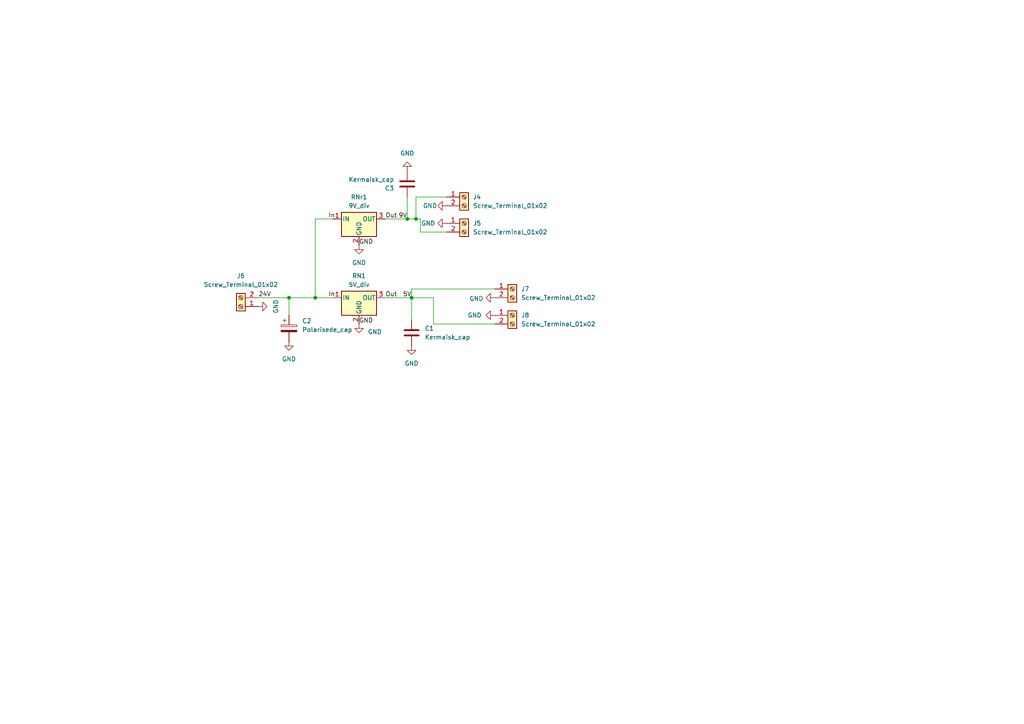
<source format=kicad_sch>
(kicad_sch
	(version 20250114)
	(generator "eeschema")
	(generator_version "9.0")
	(uuid "0b773ac8-4f21-404d-8a0d-c5031abde6b2")
	(paper "A4")
	(lib_symbols
		(symbol "Connector:Screw_Terminal_01x02"
			(pin_names
				(offset 1.016)
				(hide yes)
			)
			(exclude_from_sim no)
			(in_bom yes)
			(on_board yes)
			(property "Reference" "J"
				(at 0 2.54 0)
				(effects
					(font
						(size 1.27 1.27)
					)
				)
			)
			(property "Value" "Screw_Terminal_01x02"
				(at 0 -5.08 0)
				(effects
					(font
						(size 1.27 1.27)
					)
				)
			)
			(property "Footprint" ""
				(at 0 0 0)
				(effects
					(font
						(size 1.27 1.27)
					)
					(hide yes)
				)
			)
			(property "Datasheet" "~"
				(at 0 0 0)
				(effects
					(font
						(size 1.27 1.27)
					)
					(hide yes)
				)
			)
			(property "Description" "Generic screw terminal, single row, 01x02, script generated (kicad-library-utils/schlib/autogen/connector/)"
				(at 0 0 0)
				(effects
					(font
						(size 1.27 1.27)
					)
					(hide yes)
				)
			)
			(property "ki_keywords" "screw terminal"
				(at 0 0 0)
				(effects
					(font
						(size 1.27 1.27)
					)
					(hide yes)
				)
			)
			(property "ki_fp_filters" "TerminalBlock*:*"
				(at 0 0 0)
				(effects
					(font
						(size 1.27 1.27)
					)
					(hide yes)
				)
			)
			(symbol "Screw_Terminal_01x02_1_1"
				(rectangle
					(start -1.27 1.27)
					(end 1.27 -3.81)
					(stroke
						(width 0.254)
						(type default)
					)
					(fill
						(type background)
					)
				)
				(polyline
					(pts
						(xy -0.5334 0.3302) (xy 0.3302 -0.508)
					)
					(stroke
						(width 0.1524)
						(type default)
					)
					(fill
						(type none)
					)
				)
				(polyline
					(pts
						(xy -0.5334 -2.2098) (xy 0.3302 -3.048)
					)
					(stroke
						(width 0.1524)
						(type default)
					)
					(fill
						(type none)
					)
				)
				(polyline
					(pts
						(xy -0.3556 0.508) (xy 0.508 -0.3302)
					)
					(stroke
						(width 0.1524)
						(type default)
					)
					(fill
						(type none)
					)
				)
				(polyline
					(pts
						(xy -0.3556 -2.032) (xy 0.508 -2.8702)
					)
					(stroke
						(width 0.1524)
						(type default)
					)
					(fill
						(type none)
					)
				)
				(circle
					(center 0 0)
					(radius 0.635)
					(stroke
						(width 0.1524)
						(type default)
					)
					(fill
						(type none)
					)
				)
				(circle
					(center 0 -2.54)
					(radius 0.635)
					(stroke
						(width 0.1524)
						(type default)
					)
					(fill
						(type none)
					)
				)
				(pin passive line
					(at -5.08 0 0)
					(length 3.81)
					(name "Pin_1"
						(effects
							(font
								(size 1.27 1.27)
							)
						)
					)
					(number "1"
						(effects
							(font
								(size 1.27 1.27)
							)
						)
					)
				)
				(pin passive line
					(at -5.08 -2.54 0)
					(length 3.81)
					(name "Pin_2"
						(effects
							(font
								(size 1.27 1.27)
							)
						)
					)
					(number "2"
						(effects
							(font
								(size 1.27 1.27)
							)
						)
					)
				)
			)
			(embedded_fonts no)
		)
		(symbol "Device:C"
			(pin_numbers
				(hide yes)
			)
			(pin_names
				(offset 0.254)
			)
			(exclude_from_sim no)
			(in_bom yes)
			(on_board yes)
			(property "Reference" "C"
				(at 0.635 2.54 0)
				(effects
					(font
						(size 1.27 1.27)
					)
					(justify left)
				)
			)
			(property "Value" "C"
				(at 0.635 -2.54 0)
				(effects
					(font
						(size 1.27 1.27)
					)
					(justify left)
				)
			)
			(property "Footprint" ""
				(at 0.9652 -3.81 0)
				(effects
					(font
						(size 1.27 1.27)
					)
					(hide yes)
				)
			)
			(property "Datasheet" "~"
				(at 0 0 0)
				(effects
					(font
						(size 1.27 1.27)
					)
					(hide yes)
				)
			)
			(property "Description" "Unpolarized capacitor"
				(at 0 0 0)
				(effects
					(font
						(size 1.27 1.27)
					)
					(hide yes)
				)
			)
			(property "ki_keywords" "cap capacitor"
				(at 0 0 0)
				(effects
					(font
						(size 1.27 1.27)
					)
					(hide yes)
				)
			)
			(property "ki_fp_filters" "C_*"
				(at 0 0 0)
				(effects
					(font
						(size 1.27 1.27)
					)
					(hide yes)
				)
			)
			(symbol "C_0_1"
				(polyline
					(pts
						(xy -2.032 0.762) (xy 2.032 0.762)
					)
					(stroke
						(width 0.508)
						(type default)
					)
					(fill
						(type none)
					)
				)
				(polyline
					(pts
						(xy -2.032 -0.762) (xy 2.032 -0.762)
					)
					(stroke
						(width 0.508)
						(type default)
					)
					(fill
						(type none)
					)
				)
			)
			(symbol "C_1_1"
				(pin passive line
					(at 0 3.81 270)
					(length 2.794)
					(name "~"
						(effects
							(font
								(size 1.27 1.27)
							)
						)
					)
					(number "1"
						(effects
							(font
								(size 1.27 1.27)
							)
						)
					)
				)
				(pin passive line
					(at 0 -3.81 90)
					(length 2.794)
					(name "~"
						(effects
							(font
								(size 1.27 1.27)
							)
						)
					)
					(number "2"
						(effects
							(font
								(size 1.27 1.27)
							)
						)
					)
				)
			)
			(embedded_fonts no)
		)
		(symbol "Device:C_Polarized"
			(pin_numbers
				(hide yes)
			)
			(pin_names
				(offset 0.254)
			)
			(exclude_from_sim no)
			(in_bom yes)
			(on_board yes)
			(property "Reference" "C"
				(at 0.635 2.54 0)
				(effects
					(font
						(size 1.27 1.27)
					)
					(justify left)
				)
			)
			(property "Value" "C_Polarized"
				(at 0.635 -2.54 0)
				(effects
					(font
						(size 1.27 1.27)
					)
					(justify left)
				)
			)
			(property "Footprint" ""
				(at 0.9652 -3.81 0)
				(effects
					(font
						(size 1.27 1.27)
					)
					(hide yes)
				)
			)
			(property "Datasheet" "~"
				(at 0 0 0)
				(effects
					(font
						(size 1.27 1.27)
					)
					(hide yes)
				)
			)
			(property "Description" "Polarized capacitor"
				(at 0 0 0)
				(effects
					(font
						(size 1.27 1.27)
					)
					(hide yes)
				)
			)
			(property "ki_keywords" "cap capacitor"
				(at 0 0 0)
				(effects
					(font
						(size 1.27 1.27)
					)
					(hide yes)
				)
			)
			(property "ki_fp_filters" "CP_*"
				(at 0 0 0)
				(effects
					(font
						(size 1.27 1.27)
					)
					(hide yes)
				)
			)
			(symbol "C_Polarized_0_1"
				(rectangle
					(start -2.286 0.508)
					(end 2.286 1.016)
					(stroke
						(width 0)
						(type default)
					)
					(fill
						(type none)
					)
				)
				(polyline
					(pts
						(xy -1.778 2.286) (xy -0.762 2.286)
					)
					(stroke
						(width 0)
						(type default)
					)
					(fill
						(type none)
					)
				)
				(polyline
					(pts
						(xy -1.27 2.794) (xy -1.27 1.778)
					)
					(stroke
						(width 0)
						(type default)
					)
					(fill
						(type none)
					)
				)
				(rectangle
					(start 2.286 -0.508)
					(end -2.286 -1.016)
					(stroke
						(width 0)
						(type default)
					)
					(fill
						(type outline)
					)
				)
			)
			(symbol "C_Polarized_1_1"
				(pin passive line
					(at 0 3.81 270)
					(length 2.794)
					(name "~"
						(effects
							(font
								(size 1.27 1.27)
							)
						)
					)
					(number "1"
						(effects
							(font
								(size 1.27 1.27)
							)
						)
					)
				)
				(pin passive line
					(at 0 -3.81 90)
					(length 2.794)
					(name "~"
						(effects
							(font
								(size 1.27 1.27)
							)
						)
					)
					(number "2"
						(effects
							(font
								(size 1.27 1.27)
							)
						)
					)
				)
			)
			(embedded_fonts no)
		)
		(symbol "Regulator_Linear:L7805"
			(pin_names
				(offset 0.254)
			)
			(exclude_from_sim no)
			(in_bom yes)
			(on_board yes)
			(property "Reference" "U"
				(at -3.81 3.175 0)
				(effects
					(font
						(size 1.27 1.27)
					)
				)
			)
			(property "Value" "L7805"
				(at 0 3.175 0)
				(effects
					(font
						(size 1.27 1.27)
					)
					(justify left)
				)
			)
			(property "Footprint" ""
				(at 0.635 -3.81 0)
				(effects
					(font
						(size 1.27 1.27)
						(italic yes)
					)
					(justify left)
					(hide yes)
				)
			)
			(property "Datasheet" "http://www.st.com/content/ccc/resource/technical/document/datasheet/41/4f/b3/b0/12/d4/47/88/CD00000444.pdf/files/CD00000444.pdf/jcr:content/translations/en.CD00000444.pdf"
				(at 0 -1.27 0)
				(effects
					(font
						(size 1.27 1.27)
					)
					(hide yes)
				)
			)
			(property "Description" "Positive 1.5A 35V Linear Regulator, Fixed Output 5V, TO-220/TO-263/TO-252"
				(at 0 0 0)
				(effects
					(font
						(size 1.27 1.27)
					)
					(hide yes)
				)
			)
			(property "ki_keywords" "Voltage Regulator 1.5A Positive"
				(at 0 0 0)
				(effects
					(font
						(size 1.27 1.27)
					)
					(hide yes)
				)
			)
			(property "ki_fp_filters" "TO?252* TO?263* TO?220*"
				(at 0 0 0)
				(effects
					(font
						(size 1.27 1.27)
					)
					(hide yes)
				)
			)
			(symbol "L7805_0_1"
				(rectangle
					(start -5.08 1.905)
					(end 5.08 -5.08)
					(stroke
						(width 0.254)
						(type default)
					)
					(fill
						(type background)
					)
				)
			)
			(symbol "L7805_1_1"
				(pin power_in line
					(at -7.62 0 0)
					(length 2.54)
					(name "IN"
						(effects
							(font
								(size 1.27 1.27)
							)
						)
					)
					(number "1"
						(effects
							(font
								(size 1.27 1.27)
							)
						)
					)
				)
				(pin power_in line
					(at 0 -7.62 90)
					(length 2.54)
					(name "GND"
						(effects
							(font
								(size 1.27 1.27)
							)
						)
					)
					(number "2"
						(effects
							(font
								(size 1.27 1.27)
							)
						)
					)
				)
				(pin power_out line
					(at 7.62 0 180)
					(length 2.54)
					(name "OUT"
						(effects
							(font
								(size 1.27 1.27)
							)
						)
					)
					(number "3"
						(effects
							(font
								(size 1.27 1.27)
							)
						)
					)
				)
			)
			(embedded_fonts no)
		)
		(symbol "power:GND"
			(power)
			(pin_numbers
				(hide yes)
			)
			(pin_names
				(offset 0)
				(hide yes)
			)
			(exclude_from_sim no)
			(in_bom yes)
			(on_board yes)
			(property "Reference" "#PWR"
				(at 0 -6.35 0)
				(effects
					(font
						(size 1.27 1.27)
					)
					(hide yes)
				)
			)
			(property "Value" "GND"
				(at 0 -3.81 0)
				(effects
					(font
						(size 1.27 1.27)
					)
				)
			)
			(property "Footprint" ""
				(at 0 0 0)
				(effects
					(font
						(size 1.27 1.27)
					)
					(hide yes)
				)
			)
			(property "Datasheet" ""
				(at 0 0 0)
				(effects
					(font
						(size 1.27 1.27)
					)
					(hide yes)
				)
			)
			(property "Description" "Power symbol creates a global label with name \"GND\" , ground"
				(at 0 0 0)
				(effects
					(font
						(size 1.27 1.27)
					)
					(hide yes)
				)
			)
			(property "ki_keywords" "global power"
				(at 0 0 0)
				(effects
					(font
						(size 1.27 1.27)
					)
					(hide yes)
				)
			)
			(symbol "GND_0_1"
				(polyline
					(pts
						(xy 0 0) (xy 0 -1.27) (xy 1.27 -1.27) (xy 0 -2.54) (xy -1.27 -1.27) (xy 0 -1.27)
					)
					(stroke
						(width 0)
						(type default)
					)
					(fill
						(type none)
					)
				)
			)
			(symbol "GND_1_1"
				(pin power_in line
					(at 0 0 270)
					(length 0)
					(name "~"
						(effects
							(font
								(size 1.27 1.27)
							)
						)
					)
					(number "1"
						(effects
							(font
								(size 1.27 1.27)
							)
						)
					)
				)
			)
			(embedded_fonts no)
		)
	)
	(junction
		(at 119.38 86.36)
		(diameter 0)
		(color 0 0 0 0)
		(uuid "868087ce-6d44-401e-a15d-7e34ed7e4170")
	)
	(junction
		(at 83.82 86.36)
		(diameter 0)
		(color 0 0 0 0)
		(uuid "a992e5ca-bef7-4ded-b2f3-b2c1b1755ce0")
	)
	(junction
		(at 91.44 86.36)
		(diameter 0)
		(color 0 0 0 0)
		(uuid "be7c6623-f44f-4eeb-9c67-cfef1090c236")
	)
	(junction
		(at 118.11 63.5)
		(diameter 0)
		(color 0 0 0 0)
		(uuid "c2009df2-8eed-4a80-aff4-2b05d344821c")
	)
	(junction
		(at 120.65 63.5)
		(diameter 0)
		(color 0 0 0 0)
		(uuid "e70340d8-49d2-49aa-a7e4-b42d237bb934")
	)
	(wire
		(pts
			(xy 91.44 86.36) (xy 96.52 86.36)
		)
		(stroke
			(width 0)
			(type default)
		)
		(uuid "00a551ab-df20-4578-ba19-c54de065ad29")
	)
	(wire
		(pts
			(xy 118.11 63.5) (xy 120.65 63.5)
		)
		(stroke
			(width 0)
			(type default)
		)
		(uuid "0e8472bd-f2f7-4711-aaae-84e4a859411c")
	)
	(wire
		(pts
			(xy 119.38 83.82) (xy 119.38 86.36)
		)
		(stroke
			(width 0)
			(type default)
		)
		(uuid "350f26c1-96e8-45a9-900b-93d6cdfc0fc7")
	)
	(wire
		(pts
			(xy 119.38 86.36) (xy 119.38 92.71)
		)
		(stroke
			(width 0)
			(type default)
		)
		(uuid "39dbdfc5-72a1-45e9-b552-d0fe456c9db5")
	)
	(wire
		(pts
			(xy 121.92 63.5) (xy 121.92 67.31)
		)
		(stroke
			(width 0)
			(type default)
		)
		(uuid "4c4f00bf-622e-4400-8152-070ef850366d")
	)
	(wire
		(pts
			(xy 91.44 63.5) (xy 96.52 63.5)
		)
		(stroke
			(width 0)
			(type default)
		)
		(uuid "516f6530-41e0-4376-b04c-4046284a6684")
	)
	(wire
		(pts
			(xy 111.76 63.5) (xy 118.11 63.5)
		)
		(stroke
			(width 0)
			(type default)
		)
		(uuid "51f185f1-44bf-4a08-898b-ebfe17171570")
	)
	(wire
		(pts
			(xy 91.44 63.5) (xy 91.44 86.36)
		)
		(stroke
			(width 0)
			(type default)
		)
		(uuid "57d79c7c-1c91-42cf-b2b7-f41daa44a611")
	)
	(wire
		(pts
			(xy 129.54 57.15) (xy 120.65 57.15)
		)
		(stroke
			(width 0)
			(type default)
		)
		(uuid "5d09e20d-5acb-4920-85ba-8a7bed58741e")
	)
	(wire
		(pts
			(xy 125.73 93.98) (xy 143.51 93.98)
		)
		(stroke
			(width 0)
			(type default)
		)
		(uuid "65ef53a6-a647-4bee-8071-f01065f3113c")
	)
	(wire
		(pts
			(xy 74.93 86.36) (xy 83.82 86.36)
		)
		(stroke
			(width 0)
			(type default)
		)
		(uuid "76a6ec94-863c-4076-b950-1c47bda5f25b")
	)
	(wire
		(pts
			(xy 125.73 86.36) (xy 119.38 86.36)
		)
		(stroke
			(width 0)
			(type default)
		)
		(uuid "7900fe25-4e43-4cb2-a846-fcb0b60845e9")
	)
	(wire
		(pts
			(xy 119.38 83.82) (xy 143.51 83.82)
		)
		(stroke
			(width 0)
			(type default)
		)
		(uuid "84660035-aee4-4e2c-87fa-fbebf2d5ae96")
	)
	(wire
		(pts
			(xy 111.76 86.36) (xy 119.38 86.36)
		)
		(stroke
			(width 0)
			(type default)
		)
		(uuid "9ac60551-d2ef-4d01-b6d6-ae54ecd7b1aa")
	)
	(wire
		(pts
			(xy 125.73 93.98) (xy 125.73 86.36)
		)
		(stroke
			(width 0)
			(type default)
		)
		(uuid "9ca77d6a-0201-4a4a-92c3-5aee6a56919f")
	)
	(wire
		(pts
			(xy 83.82 86.36) (xy 91.44 86.36)
		)
		(stroke
			(width 0)
			(type default)
		)
		(uuid "cfeddad8-2c7d-4b79-a0d9-5c2da4aee367")
	)
	(wire
		(pts
			(xy 120.65 57.15) (xy 120.65 63.5)
		)
		(stroke
			(width 0)
			(type default)
		)
		(uuid "d2d0d692-dce1-48ea-a3cc-2c9a60391ecb")
	)
	(wire
		(pts
			(xy 83.82 86.36) (xy 83.82 91.44)
		)
		(stroke
			(width 0)
			(type default)
		)
		(uuid "dcce17be-67dd-48c6-99a0-69f3d8ab3be5")
	)
	(wire
		(pts
			(xy 121.92 67.31) (xy 129.54 67.31)
		)
		(stroke
			(width 0)
			(type default)
		)
		(uuid "e4a9f6b5-f23f-46f1-8bdd-f2051b9c782f")
	)
	(wire
		(pts
			(xy 120.65 63.5) (xy 121.92 63.5)
		)
		(stroke
			(width 0)
			(type default)
		)
		(uuid "e629cde4-f344-472f-bc5d-81091e24679a")
	)
	(wire
		(pts
			(xy 118.11 57.15) (xy 118.11 63.5)
		)
		(stroke
			(width 0)
			(type default)
		)
		(uuid "f07ad809-b07d-4d7b-954c-b756e815c1fa")
	)
	(label "Out"
		(at 111.76 63.5 0)
		(effects
			(font
				(size 1.27 1.27)
			)
			(justify left bottom)
		)
		(uuid "5784b545-8d37-49c9-b91c-2206963e6752")
	)
	(label "GND"
		(at 104.14 93.98 0)
		(effects
			(font
				(size 1.27 1.27)
			)
			(justify left bottom)
		)
		(uuid "b36123dd-1224-4e6b-8c33-1ebd60ac0c57")
	)
	(label "5V"
		(at 116.84 86.36 0)
		(effects
			(font
				(size 1.27 1.27)
			)
			(justify left bottom)
		)
		(uuid "bce79baa-981e-423c-97d7-d9757cfa65bb")
	)
	(label "Out"
		(at 111.76 86.36 0)
		(effects
			(font
				(size 1.27 1.27)
			)
			(justify left bottom)
		)
		(uuid "cc09ed02-445a-47d1-9d43-0ec49fc2752f")
	)
	(label "GND"
		(at 104.14 71.12 0)
		(effects
			(font
				(size 1.27 1.27)
			)
			(justify left bottom)
		)
		(uuid "e33893ce-046e-4dc3-9f7d-d7b0f4eb41a3")
	)
	(label "In"
		(at 95.25 63.5 0)
		(effects
			(font
				(size 1.27 1.27)
			)
			(justify left bottom)
		)
		(uuid "e964ae54-3892-4073-a49a-df1a6897fb9b")
	)
	(label "In"
		(at 95.25 86.36 0)
		(effects
			(font
				(size 1.27 1.27)
			)
			(justify left bottom)
		)
		(uuid "eb93acd3-1aff-403a-aeb3-04bb2cc58781")
	)
	(label "9V"
		(at 115.57 63.5 0)
		(effects
			(font
				(size 1.27 1.27)
			)
			(justify left bottom)
		)
		(uuid "f5ad2fc0-bfd1-4cec-a80b-c9579c40acee")
	)
	(label "24V"
		(at 74.93 86.36 0)
		(effects
			(font
				(size 1.27 1.27)
			)
			(justify left bottom)
		)
		(uuid "fec2190f-1d2a-4ef0-bf64-01bb7c32e9ce")
	)
	(symbol
		(lib_id "Connector:Screw_Terminal_01x02")
		(at 148.59 83.82 0)
		(unit 1)
		(exclude_from_sim no)
		(in_bom yes)
		(on_board yes)
		(dnp no)
		(fields_autoplaced yes)
		(uuid "046c06a4-3876-46c8-b2d4-d31fcb4cddf3")
		(property "Reference" "J7"
			(at 151.13 83.8199 0)
			(effects
				(font
					(size 1.27 1.27)
				)
				(justify left)
			)
		)
		(property "Value" "Screw_Terminal_01x02"
			(at 151.13 86.3599 0)
			(effects
				(font
					(size 1.27 1.27)
				)
				(justify left)
			)
		)
		(property "Footprint" "TerminalBlock_Phoenix:TerminalBlock_Phoenix_MKDS-1,5-2-5.08_1x02_P5.08mm_Horizontal"
			(at 148.59 83.82 0)
			(effects
				(font
					(size 1.27 1.27)
				)
				(hide yes)
			)
		)
		(property "Datasheet" "~"
			(at 148.59 83.82 0)
			(effects
				(font
					(size 1.27 1.27)
				)
				(hide yes)
			)
		)
		(property "Description" "Generic screw terminal, single row, 01x02, script generated (kicad-library-utils/schlib/autogen/connector/)"
			(at 148.59 83.82 0)
			(effects
				(font
					(size 1.27 1.27)
				)
				(hide yes)
			)
		)
		(pin "2"
			(uuid "612bcddc-8855-442f-86c7-c691c99eb169")
		)
		(pin "1"
			(uuid "b8461477-d563-477a-8e2c-f23c4001c7be")
		)
		(instances
			(project "Test_spændingsdeler5V"
				(path "/0b773ac8-4f21-404d-8a0d-c5031abde6b2"
					(reference "J7")
					(unit 1)
				)
			)
		)
	)
	(symbol
		(lib_id "power:GND")
		(at 129.54 59.69 270)
		(unit 1)
		(exclude_from_sim no)
		(in_bom yes)
		(on_board yes)
		(dnp no)
		(uuid "0ac8bc53-9eb6-41df-a6ff-0e7041ffdbbc")
		(property "Reference" "#PWR010"
			(at 123.19 59.69 0)
			(effects
				(font
					(size 1.27 1.27)
				)
				(hide yes)
			)
		)
		(property "Value" "GND"
			(at 124.714 59.69 90)
			(effects
				(font
					(size 1.27 1.27)
				)
			)
		)
		(property "Footprint" ""
			(at 129.54 59.69 0)
			(effects
				(font
					(size 1.27 1.27)
				)
				(hide yes)
			)
		)
		(property "Datasheet" ""
			(at 129.54 59.69 0)
			(effects
				(font
					(size 1.27 1.27)
				)
				(hide yes)
			)
		)
		(property "Description" "Power symbol creates a global label with name \"GND\" , ground"
			(at 129.54 59.69 0)
			(effects
				(font
					(size 1.27 1.27)
				)
				(hide yes)
			)
		)
		(pin "1"
			(uuid "840e4b6a-fc5d-4c8a-96bf-4e4a87f6e100")
		)
		(instances
			(project "Test_spændingsdeler5V"
				(path "/0b773ac8-4f21-404d-8a0d-c5031abde6b2"
					(reference "#PWR010")
					(unit 1)
				)
			)
		)
	)
	(symbol
		(lib_id "Device:C")
		(at 118.11 53.34 180)
		(unit 1)
		(exclude_from_sim no)
		(in_bom yes)
		(on_board yes)
		(dnp no)
		(fields_autoplaced yes)
		(uuid "406ca00b-397c-45f8-870b-c70fa402b20d")
		(property "Reference" "C3"
			(at 114.3 54.6101 0)
			(effects
				(font
					(size 1.27 1.27)
				)
				(justify left)
			)
		)
		(property "Value" "Kermaisk_cap"
			(at 114.3 52.0701 0)
			(effects
				(font
					(size 1.27 1.27)
				)
				(justify left)
			)
		)
		(property "Footprint" "Capacitor_THT:C_Disc_D5.0mm_W2.5mm_P5.00mm"
			(at 117.1448 49.53 0)
			(effects
				(font
					(size 1.27 1.27)
				)
				(hide yes)
			)
		)
		(property "Datasheet" "~"
			(at 118.11 53.34 0)
			(effects
				(font
					(size 1.27 1.27)
				)
				(hide yes)
			)
		)
		(property "Description" "Unpolarized capacitor"
			(at 118.11 53.34 0)
			(effects
				(font
					(size 1.27 1.27)
				)
				(hide yes)
			)
		)
		(pin "1"
			(uuid "70aac195-3708-48e1-ade7-c13a52178e7e")
		)
		(pin "2"
			(uuid "457b228d-ab13-4657-b94a-bf38e0faf300")
		)
		(instances
			(project "Test_spændingsdeler5V"
				(path "/0b773ac8-4f21-404d-8a0d-c5031abde6b2"
					(reference "C3")
					(unit 1)
				)
			)
		)
	)
	(symbol
		(lib_id "power:GND")
		(at 119.38 100.33 0)
		(mirror y)
		(unit 1)
		(exclude_from_sim no)
		(in_bom yes)
		(on_board yes)
		(dnp no)
		(uuid "4a482d0b-62a8-4b72-8a16-e615f60bf066")
		(property "Reference" "#PWR015"
			(at 119.38 106.68 0)
			(effects
				(font
					(size 1.27 1.27)
				)
				(hide yes)
			)
		)
		(property "Value" "GND"
			(at 119.38 105.41 0)
			(effects
				(font
					(size 1.27 1.27)
				)
			)
		)
		(property "Footprint" ""
			(at 119.38 100.33 0)
			(effects
				(font
					(size 1.27 1.27)
				)
				(hide yes)
			)
		)
		(property "Datasheet" ""
			(at 119.38 100.33 0)
			(effects
				(font
					(size 1.27 1.27)
				)
				(hide yes)
			)
		)
		(property "Description" "Power symbol creates a global label with name \"GND\" , ground"
			(at 119.38 100.33 0)
			(effects
				(font
					(size 1.27 1.27)
				)
				(hide yes)
			)
		)
		(pin "1"
			(uuid "86abcbf0-1301-4d07-a0f7-a88da3a16021")
		)
		(instances
			(project "Test_spændingsdeler5V"
				(path "/0b773ac8-4f21-404d-8a0d-c5031abde6b2"
					(reference "#PWR015")
					(unit 1)
				)
			)
		)
	)
	(symbol
		(lib_id "power:GND")
		(at 143.51 86.36 270)
		(unit 1)
		(exclude_from_sim no)
		(in_bom yes)
		(on_board yes)
		(dnp no)
		(uuid "55b82adc-dc49-4eda-a074-eae74ec6bb35")
		(property "Reference" "#PWR05"
			(at 137.16 86.36 0)
			(effects
				(font
					(size 1.27 1.27)
				)
				(hide yes)
			)
		)
		(property "Value" "GND"
			(at 138.176 86.614 90)
			(effects
				(font
					(size 1.27 1.27)
				)
			)
		)
		(property "Footprint" ""
			(at 143.51 86.36 0)
			(effects
				(font
					(size 1.27 1.27)
				)
				(hide yes)
			)
		)
		(property "Datasheet" ""
			(at 143.51 86.36 0)
			(effects
				(font
					(size 1.27 1.27)
				)
				(hide yes)
			)
		)
		(property "Description" "Power symbol creates a global label with name \"GND\" , ground"
			(at 143.51 86.36 0)
			(effects
				(font
					(size 1.27 1.27)
				)
				(hide yes)
			)
		)
		(pin "1"
			(uuid "92052e97-08bb-46d9-bcfa-8ce3bc8aced7")
		)
		(instances
			(project "Test_spændingsdeler5V"
				(path "/0b773ac8-4f21-404d-8a0d-c5031abde6b2"
					(reference "#PWR05")
					(unit 1)
				)
			)
		)
	)
	(symbol
		(lib_id "power:GND")
		(at 118.11 49.53 0)
		(mirror x)
		(unit 1)
		(exclude_from_sim no)
		(in_bom yes)
		(on_board yes)
		(dnp no)
		(uuid "5d2ac4ee-4ebd-4fcd-b720-8a31373ec559")
		(property "Reference" "#PWR014"
			(at 118.11 43.18 0)
			(effects
				(font
					(size 1.27 1.27)
				)
				(hide yes)
			)
		)
		(property "Value" "GND"
			(at 118.11 44.45 0)
			(effects
				(font
					(size 1.27 1.27)
				)
			)
		)
		(property "Footprint" ""
			(at 118.11 49.53 0)
			(effects
				(font
					(size 1.27 1.27)
				)
				(hide yes)
			)
		)
		(property "Datasheet" ""
			(at 118.11 49.53 0)
			(effects
				(font
					(size 1.27 1.27)
				)
				(hide yes)
			)
		)
		(property "Description" "Power symbol creates a global label with name \"GND\" , ground"
			(at 118.11 49.53 0)
			(effects
				(font
					(size 1.27 1.27)
				)
				(hide yes)
			)
		)
		(pin "1"
			(uuid "a5fec2ed-a49c-472e-bab1-7cb74f1e28cd")
		)
		(instances
			(project "Test_spændingsdeler5V"
				(path "/0b773ac8-4f21-404d-8a0d-c5031abde6b2"
					(reference "#PWR014")
					(unit 1)
				)
			)
		)
	)
	(symbol
		(lib_id "power:GND")
		(at 104.14 93.98 0)
		(mirror y)
		(unit 1)
		(exclude_from_sim no)
		(in_bom yes)
		(on_board yes)
		(dnp no)
		(uuid "6cca02e6-228d-4445-a6e0-69e89d8bb77e")
		(property "Reference" "#PWR013"
			(at 104.14 100.33 0)
			(effects
				(font
					(size 1.27 1.27)
				)
				(hide yes)
			)
		)
		(property "Value" "GND"
			(at 108.712 96.266 0)
			(effects
				(font
					(size 1.27 1.27)
				)
			)
		)
		(property "Footprint" ""
			(at 104.14 93.98 0)
			(effects
				(font
					(size 1.27 1.27)
				)
				(hide yes)
			)
		)
		(property "Datasheet" ""
			(at 104.14 93.98 0)
			(effects
				(font
					(size 1.27 1.27)
				)
				(hide yes)
			)
		)
		(property "Description" "Power symbol creates a global label with name \"GND\" , ground"
			(at 104.14 93.98 0)
			(effects
				(font
					(size 1.27 1.27)
				)
				(hide yes)
			)
		)
		(pin "1"
			(uuid "d4367b38-9367-46a8-a04a-400b3a716e1d")
		)
		(instances
			(project "Test_spændingsdeler5V"
				(path "/0b773ac8-4f21-404d-8a0d-c5031abde6b2"
					(reference "#PWR013")
					(unit 1)
				)
			)
		)
	)
	(symbol
		(lib_id "power:GND")
		(at 143.51 91.44 270)
		(unit 1)
		(exclude_from_sim no)
		(in_bom yes)
		(on_board yes)
		(dnp no)
		(fields_autoplaced yes)
		(uuid "715240c3-426e-4c76-a284-1ddcad827b21")
		(property "Reference" "#PWR011"
			(at 137.16 91.44 0)
			(effects
				(font
					(size 1.27 1.27)
				)
				(hide yes)
			)
		)
		(property "Value" "GND"
			(at 139.7 91.4399 90)
			(effects
				(font
					(size 1.27 1.27)
				)
				(justify right)
			)
		)
		(property "Footprint" ""
			(at 143.51 91.44 0)
			(effects
				(font
					(size 1.27 1.27)
				)
				(hide yes)
			)
		)
		(property "Datasheet" ""
			(at 143.51 91.44 0)
			(effects
				(font
					(size 1.27 1.27)
				)
				(hide yes)
			)
		)
		(property "Description" "Power symbol creates a global label with name \"GND\" , ground"
			(at 143.51 91.44 0)
			(effects
				(font
					(size 1.27 1.27)
				)
				(hide yes)
			)
		)
		(pin "1"
			(uuid "4136ef6f-118f-42aa-815e-6a38079cbe9f")
		)
		(instances
			(project "Test_spændingsdeler5V"
				(path "/0b773ac8-4f21-404d-8a0d-c5031abde6b2"
					(reference "#PWR011")
					(unit 1)
				)
			)
		)
	)
	(symbol
		(lib_id "Regulator_Linear:L7805")
		(at 104.14 86.36 0)
		(unit 1)
		(exclude_from_sim no)
		(in_bom yes)
		(on_board yes)
		(dnp no)
		(fields_autoplaced yes)
		(uuid "7703374b-db6a-43d1-ba54-402bbd9c1916")
		(property "Reference" "RN1"
			(at 104.14 80.01 0)
			(effects
				(font
					(size 1.27 1.27)
				)
			)
		)
		(property "Value" "5V_div"
			(at 104.14 82.55 0)
			(effects
				(font
					(size 1.27 1.27)
				)
			)
		)
		(property "Footprint" "Package_TO_SOT_THT:TO-220-3_Vertical"
			(at 104.775 90.17 0)
			(effects
				(font
					(size 1.27 1.27)
					(italic yes)
				)
				(justify left)
				(hide yes)
			)
		)
		(property "Datasheet" "http://www.st.com/content/ccc/resource/technical/document/datasheet/41/4f/b3/b0/12/d4/47/88/CD00000444.pdf/files/CD00000444.pdf/jcr:content/translations/en.CD00000444.pdf"
			(at 104.14 87.63 0)
			(effects
				(font
					(size 1.27 1.27)
				)
				(hide yes)
			)
		)
		(property "Description" "Positive 1.5A 35V Linear Regulator, Fixed Output 5V, TO-220/TO-263/TO-252"
			(at 104.14 86.36 0)
			(effects
				(font
					(size 1.27 1.27)
				)
				(hide yes)
			)
		)
		(pin "1"
			(uuid "6f7e7f60-a8bd-4397-b166-351e507e9de0")
		)
		(pin "3"
			(uuid "ead83663-6d5b-4764-ad01-b4865f2ccba3")
		)
		(pin "2"
			(uuid "b966b588-848b-4c95-a9c4-1a4aa7f5a81e")
		)
		(instances
			(project ""
				(path "/0b773ac8-4f21-404d-8a0d-c5031abde6b2"
					(reference "RN1")
					(unit 1)
				)
			)
		)
	)
	(symbol
		(lib_id "Device:C")
		(at 119.38 96.52 0)
		(unit 1)
		(exclude_from_sim no)
		(in_bom yes)
		(on_board yes)
		(dnp no)
		(fields_autoplaced yes)
		(uuid "7916eaa3-73c9-414c-a499-f107561109a1")
		(property "Reference" "C1"
			(at 123.19 95.2499 0)
			(effects
				(font
					(size 1.27 1.27)
				)
				(justify left)
			)
		)
		(property "Value" "Kermaisk_cap"
			(at 123.19 97.7899 0)
			(effects
				(font
					(size 1.27 1.27)
				)
				(justify left)
			)
		)
		(property "Footprint" "Capacitor_THT:C_Disc_D5.0mm_W2.5mm_P5.00mm"
			(at 120.3452 100.33 0)
			(effects
				(font
					(size 1.27 1.27)
				)
				(hide yes)
			)
		)
		(property "Datasheet" "~"
			(at 119.38 96.52 0)
			(effects
				(font
					(size 1.27 1.27)
				)
				(hide yes)
			)
		)
		(property "Description" "Unpolarized capacitor"
			(at 119.38 96.52 0)
			(effects
				(font
					(size 1.27 1.27)
				)
				(hide yes)
			)
		)
		(pin "1"
			(uuid "39ccbb89-7cca-4086-9f39-2f661253be59")
		)
		(pin "2"
			(uuid "5b99ae70-0402-4e36-9edf-8ecb647c76f9")
		)
		(instances
			(project ""
				(path "/0b773ac8-4f21-404d-8a0d-c5031abde6b2"
					(reference "C1")
					(unit 1)
				)
			)
		)
	)
	(symbol
		(lib_id "Device:C_Polarized")
		(at 83.82 95.25 0)
		(unit 1)
		(exclude_from_sim no)
		(in_bom yes)
		(on_board yes)
		(dnp no)
		(fields_autoplaced yes)
		(uuid "7c809d7f-a8ed-4585-8ac3-3260cd976d98")
		(property "Reference" "C2"
			(at 87.63 93.0909 0)
			(effects
				(font
					(size 1.27 1.27)
				)
				(justify left)
			)
		)
		(property "Value" "Polarisede_cap"
			(at 87.63 95.6309 0)
			(effects
				(font
					(size 1.27 1.27)
				)
				(justify left)
			)
		)
		(property "Footprint" "Capacitor_THT:CP_Axial_L11.0mm_D5.0mm_P18.00mm_Horizontal"
			(at 84.7852 99.06 0)
			(effects
				(font
					(size 1.27 1.27)
				)
				(hide yes)
			)
		)
		(property "Datasheet" "~"
			(at 83.82 95.25 0)
			(effects
				(font
					(size 1.27 1.27)
				)
				(hide yes)
			)
		)
		(property "Description" "Polarized capacitor"
			(at 83.82 95.25 0)
			(effects
				(font
					(size 1.27 1.27)
				)
				(hide yes)
			)
		)
		(pin "1"
			(uuid "bba3d9b3-8d4b-4a9b-8193-3e7c581d4cf8")
		)
		(pin "2"
			(uuid "e0c3f0a2-34c7-4481-9e89-a81ceea1c228")
		)
		(instances
			(project ""
				(path "/0b773ac8-4f21-404d-8a0d-c5031abde6b2"
					(reference "C2")
					(unit 1)
				)
			)
		)
	)
	(symbol
		(lib_id "power:GND")
		(at 129.54 64.77 270)
		(unit 1)
		(exclude_from_sim no)
		(in_bom yes)
		(on_board yes)
		(dnp no)
		(uuid "8cdc5d28-33a5-4ed3-a3b9-3dfca3ee09bf")
		(property "Reference" "#PWR08"
			(at 123.19 64.77 0)
			(effects
				(font
					(size 1.27 1.27)
				)
				(hide yes)
			)
		)
		(property "Value" "GND"
			(at 126.238 64.77 90)
			(effects
				(font
					(size 1.27 1.27)
				)
				(justify right)
			)
		)
		(property "Footprint" ""
			(at 129.54 64.77 0)
			(effects
				(font
					(size 1.27 1.27)
				)
				(hide yes)
			)
		)
		(property "Datasheet" ""
			(at 129.54 64.77 0)
			(effects
				(font
					(size 1.27 1.27)
				)
				(hide yes)
			)
		)
		(property "Description" "Power symbol creates a global label with name \"GND\" , ground"
			(at 129.54 64.77 0)
			(effects
				(font
					(size 1.27 1.27)
				)
				(hide yes)
			)
		)
		(pin "1"
			(uuid "f85ed0aa-7cfb-43db-84db-939a56c4283f")
		)
		(instances
			(project "Test_spændingsdeler5V"
				(path "/0b773ac8-4f21-404d-8a0d-c5031abde6b2"
					(reference "#PWR08")
					(unit 1)
				)
			)
		)
	)
	(symbol
		(lib_id "Connector:Screw_Terminal_01x02")
		(at 148.59 91.44 0)
		(unit 1)
		(exclude_from_sim no)
		(in_bom yes)
		(on_board yes)
		(dnp no)
		(fields_autoplaced yes)
		(uuid "97f67160-3ea6-4065-84b7-5d68d1f98c91")
		(property "Reference" "J8"
			(at 151.13 91.4399 0)
			(effects
				(font
					(size 1.27 1.27)
				)
				(justify left)
			)
		)
		(property "Value" "Screw_Terminal_01x02"
			(at 151.13 93.9799 0)
			(effects
				(font
					(size 1.27 1.27)
				)
				(justify left)
			)
		)
		(property "Footprint" "TerminalBlock_Phoenix:TerminalBlock_Phoenix_MKDS-1,5-2-5.08_1x02_P5.08mm_Horizontal"
			(at 148.59 91.44 0)
			(effects
				(font
					(size 1.27 1.27)
				)
				(hide yes)
			)
		)
		(property "Datasheet" "~"
			(at 148.59 91.44 0)
			(effects
				(font
					(size 1.27 1.27)
				)
				(hide yes)
			)
		)
		(property "Description" "Generic screw terminal, single row, 01x02, script generated (kicad-library-utils/schlib/autogen/connector/)"
			(at 148.59 91.44 0)
			(effects
				(font
					(size 1.27 1.27)
				)
				(hide yes)
			)
		)
		(pin "2"
			(uuid "d9970e38-6b64-48f9-8d9e-8374806ce35f")
		)
		(pin "1"
			(uuid "a1ab32fe-8b2a-4c03-b626-ff3213eebf66")
		)
		(instances
			(project "Test_spændingsdeler5V"
				(path "/0b773ac8-4f21-404d-8a0d-c5031abde6b2"
					(reference "J8")
					(unit 1)
				)
			)
		)
	)
	(symbol
		(lib_id "Connector:Screw_Terminal_01x02")
		(at 69.85 88.9 180)
		(unit 1)
		(exclude_from_sim no)
		(in_bom yes)
		(on_board yes)
		(dnp no)
		(fields_autoplaced yes)
		(uuid "9d083cae-5690-4ea3-a79d-34976934f5d9")
		(property "Reference" "J6"
			(at 69.85 80.01 0)
			(effects
				(font
					(size 1.27 1.27)
				)
			)
		)
		(property "Value" "Screw_Terminal_01x02"
			(at 69.85 82.55 0)
			(effects
				(font
					(size 1.27 1.27)
				)
			)
		)
		(property "Footprint" "TerminalBlock_Phoenix:TerminalBlock_Phoenix_MKDS-1,5-2-5.08_1x02_P5.08mm_Horizontal"
			(at 69.85 88.9 0)
			(effects
				(font
					(size 1.27 1.27)
				)
				(hide yes)
			)
		)
		(property "Datasheet" "~"
			(at 69.85 88.9 0)
			(effects
				(font
					(size 1.27 1.27)
				)
				(hide yes)
			)
		)
		(property "Description" "Generic screw terminal, single row, 01x02, script generated (kicad-library-utils/schlib/autogen/connector/)"
			(at 69.85 88.9 0)
			(effects
				(font
					(size 1.27 1.27)
				)
				(hide yes)
			)
		)
		(pin "2"
			(uuid "9eab94a1-f277-45d9-b2bd-1885772ac48b")
		)
		(pin "1"
			(uuid "18975d5d-0dd1-4e6b-b2e9-d8309fdfab94")
		)
		(instances
			(project "Test_spændingsdeler5V"
				(path "/0b773ac8-4f21-404d-8a0d-c5031abde6b2"
					(reference "J6")
					(unit 1)
				)
			)
		)
	)
	(symbol
		(lib_id "power:GND")
		(at 74.93 88.9 90)
		(mirror x)
		(unit 1)
		(exclude_from_sim no)
		(in_bom yes)
		(on_board yes)
		(dnp no)
		(uuid "a080817d-1427-455a-8218-e4f6566a8fd9")
		(property "Reference" "#PWR016"
			(at 81.28 88.9 0)
			(effects
				(font
					(size 1.27 1.27)
				)
				(hide yes)
			)
		)
		(property "Value" "GND"
			(at 80.01 88.9 0)
			(effects
				(font
					(size 1.27 1.27)
				)
			)
		)
		(property "Footprint" ""
			(at 74.93 88.9 0)
			(effects
				(font
					(size 1.27 1.27)
				)
				(hide yes)
			)
		)
		(property "Datasheet" ""
			(at 74.93 88.9 0)
			(effects
				(font
					(size 1.27 1.27)
				)
				(hide yes)
			)
		)
		(property "Description" "Power symbol creates a global label with name \"GND\" , ground"
			(at 74.93 88.9 0)
			(effects
				(font
					(size 1.27 1.27)
				)
				(hide yes)
			)
		)
		(pin "1"
			(uuid "060ac491-99be-443e-8858-9d4ec2bf3d4a")
		)
		(instances
			(project "Test_spændingsdeler5V"
				(path "/0b773ac8-4f21-404d-8a0d-c5031abde6b2"
					(reference "#PWR016")
					(unit 1)
				)
			)
		)
	)
	(symbol
		(lib_id "power:GND")
		(at 104.14 71.12 0)
		(mirror y)
		(unit 1)
		(exclude_from_sim no)
		(in_bom yes)
		(on_board yes)
		(dnp no)
		(uuid "b2ba801f-f335-4ef8-86eb-3e7f35547456")
		(property "Reference" "#PWR012"
			(at 104.14 77.47 0)
			(effects
				(font
					(size 1.27 1.27)
				)
				(hide yes)
			)
		)
		(property "Value" "GND"
			(at 104.14 76.2 0)
			(effects
				(font
					(size 1.27 1.27)
				)
			)
		)
		(property "Footprint" ""
			(at 104.14 71.12 0)
			(effects
				(font
					(size 1.27 1.27)
				)
				(hide yes)
			)
		)
		(property "Datasheet" ""
			(at 104.14 71.12 0)
			(effects
				(font
					(size 1.27 1.27)
				)
				(hide yes)
			)
		)
		(property "Description" "Power symbol creates a global label with name \"GND\" , ground"
			(at 104.14 71.12 0)
			(effects
				(font
					(size 1.27 1.27)
				)
				(hide yes)
			)
		)
		(pin "1"
			(uuid "c703f2ff-faf3-46c7-aa34-5d5e9c21aa03")
		)
		(instances
			(project "Test_spændingsdeler5V"
				(path "/0b773ac8-4f21-404d-8a0d-c5031abde6b2"
					(reference "#PWR012")
					(unit 1)
				)
			)
		)
	)
	(symbol
		(lib_id "Regulator_Linear:L7805")
		(at 104.14 63.5 0)
		(unit 1)
		(exclude_from_sim no)
		(in_bom yes)
		(on_board yes)
		(dnp no)
		(fields_autoplaced yes)
		(uuid "d50a5486-cf76-4b29-a715-a0f2ba9211db")
		(property "Reference" "RNr1"
			(at 104.14 57.15 0)
			(effects
				(font
					(size 1.27 1.27)
				)
			)
		)
		(property "Value" "9V_div"
			(at 104.14 59.69 0)
			(effects
				(font
					(size 1.27 1.27)
				)
			)
		)
		(property "Footprint" "Package_TO_SOT_THT:TO-220-3_Vertical"
			(at 104.775 67.31 0)
			(effects
				(font
					(size 1.27 1.27)
					(italic yes)
				)
				(justify left)
				(hide yes)
			)
		)
		(property "Datasheet" "http://www.st.com/content/ccc/resource/technical/document/datasheet/41/4f/b3/b0/12/d4/47/88/CD00000444.pdf/files/CD00000444.pdf/jcr:content/translations/en.CD00000444.pdf"
			(at 104.14 64.77 0)
			(effects
				(font
					(size 1.27 1.27)
				)
				(hide yes)
			)
		)
		(property "Description" "Positive 1.5A 35V Linear Regulator, Fixed Output 5V, TO-220/TO-263/TO-252"
			(at 104.14 63.5 0)
			(effects
				(font
					(size 1.27 1.27)
				)
				(hide yes)
			)
		)
		(pin "1"
			(uuid "3b315343-6410-4589-a294-d00987a0bdb1")
		)
		(pin "3"
			(uuid "ca994357-9fef-472b-9451-12daf60dcbe8")
		)
		(pin "2"
			(uuid "b0e3ba38-62da-40e8-a07c-c8087ed70686")
		)
		(instances
			(project "Test_spændingsdeler5V"
				(path "/0b773ac8-4f21-404d-8a0d-c5031abde6b2"
					(reference "RNr1")
					(unit 1)
				)
			)
		)
	)
	(symbol
		(lib_id "Connector:Screw_Terminal_01x02")
		(at 134.62 64.77 0)
		(unit 1)
		(exclude_from_sim no)
		(in_bom yes)
		(on_board yes)
		(dnp no)
		(fields_autoplaced yes)
		(uuid "e80bf459-8d12-4ed9-a927-7cf1298db736")
		(property "Reference" "J5"
			(at 137.16 64.7699 0)
			(effects
				(font
					(size 1.27 1.27)
				)
				(justify left)
			)
		)
		(property "Value" "Screw_Terminal_01x02"
			(at 137.16 67.3099 0)
			(effects
				(font
					(size 1.27 1.27)
				)
				(justify left)
			)
		)
		(property "Footprint" "TerminalBlock_Phoenix:TerminalBlock_Phoenix_MKDS-1,5-2-5.08_1x02_P5.08mm_Horizontal"
			(at 134.62 64.77 0)
			(effects
				(font
					(size 1.27 1.27)
				)
				(hide yes)
			)
		)
		(property "Datasheet" "~"
			(at 134.62 64.77 0)
			(effects
				(font
					(size 1.27 1.27)
				)
				(hide yes)
			)
		)
		(property "Description" "Generic screw terminal, single row, 01x02, script generated (kicad-library-utils/schlib/autogen/connector/)"
			(at 134.62 64.77 0)
			(effects
				(font
					(size 1.27 1.27)
				)
				(hide yes)
			)
		)
		(pin "2"
			(uuid "bb2b99f8-f4a6-4df1-ab69-d238816b2fa9")
		)
		(pin "1"
			(uuid "91063f7d-eda5-4cbb-942a-48a0ffe0e616")
		)
		(instances
			(project "Test_spændingsdeler5V"
				(path "/0b773ac8-4f21-404d-8a0d-c5031abde6b2"
					(reference "J5")
					(unit 1)
				)
			)
		)
	)
	(symbol
		(lib_id "Connector:Screw_Terminal_01x02")
		(at 134.62 57.15 0)
		(unit 1)
		(exclude_from_sim no)
		(in_bom yes)
		(on_board yes)
		(dnp no)
		(fields_autoplaced yes)
		(uuid "eae5bf56-d3a9-450c-bcd9-331ecd54c1b9")
		(property "Reference" "J4"
			(at 137.16 57.1499 0)
			(effects
				(font
					(size 1.27 1.27)
				)
				(justify left)
			)
		)
		(property "Value" "Screw_Terminal_01x02"
			(at 137.16 59.6899 0)
			(effects
				(font
					(size 1.27 1.27)
				)
				(justify left)
			)
		)
		(property "Footprint" "TerminalBlock_Phoenix:TerminalBlock_Phoenix_MKDS-1,5-2-5.08_1x02_P5.08mm_Horizontal"
			(at 134.62 57.15 0)
			(effects
				(font
					(size 1.27 1.27)
				)
				(hide yes)
			)
		)
		(property "Datasheet" "~"
			(at 134.62 57.15 0)
			(effects
				(font
					(size 1.27 1.27)
				)
				(hide yes)
			)
		)
		(property "Description" "Generic screw terminal, single row, 01x02, script generated (kicad-library-utils/schlib/autogen/connector/)"
			(at 134.62 57.15 0)
			(effects
				(font
					(size 1.27 1.27)
				)
				(hide yes)
			)
		)
		(pin "2"
			(uuid "17497c83-72b1-47a0-ab4e-6d802ac18374")
		)
		(pin "1"
			(uuid "1e9f3732-5a5f-4a8e-bfcb-ce68b47d3410")
		)
		(instances
			(project ""
				(path "/0b773ac8-4f21-404d-8a0d-c5031abde6b2"
					(reference "J4")
					(unit 1)
				)
			)
		)
	)
	(symbol
		(lib_id "power:GND")
		(at 83.82 99.06 0)
		(unit 1)
		(exclude_from_sim no)
		(in_bom yes)
		(on_board yes)
		(dnp no)
		(fields_autoplaced yes)
		(uuid "f7a00bfa-b0df-46d3-a462-3ef409f21dff")
		(property "Reference" "#PWR04"
			(at 83.82 105.41 0)
			(effects
				(font
					(size 1.27 1.27)
				)
				(hide yes)
			)
		)
		(property "Value" "GND"
			(at 83.82 104.14 0)
			(effects
				(font
					(size 1.27 1.27)
				)
			)
		)
		(property "Footprint" ""
			(at 83.82 99.06 0)
			(effects
				(font
					(size 1.27 1.27)
				)
				(hide yes)
			)
		)
		(property "Datasheet" ""
			(at 83.82 99.06 0)
			(effects
				(font
					(size 1.27 1.27)
				)
				(hide yes)
			)
		)
		(property "Description" "Power symbol creates a global label with name \"GND\" , ground"
			(at 83.82 99.06 0)
			(effects
				(font
					(size 1.27 1.27)
				)
				(hide yes)
			)
		)
		(pin "1"
			(uuid "f44532d7-05ac-4943-a2c2-182131006985")
		)
		(instances
			(project "Test_spændingsdeler5V"
				(path "/0b773ac8-4f21-404d-8a0d-c5031abde6b2"
					(reference "#PWR04")
					(unit 1)
				)
			)
		)
	)
	(sheet_instances
		(path "/"
			(page "1")
		)
	)
	(embedded_fonts no)
)

</source>
